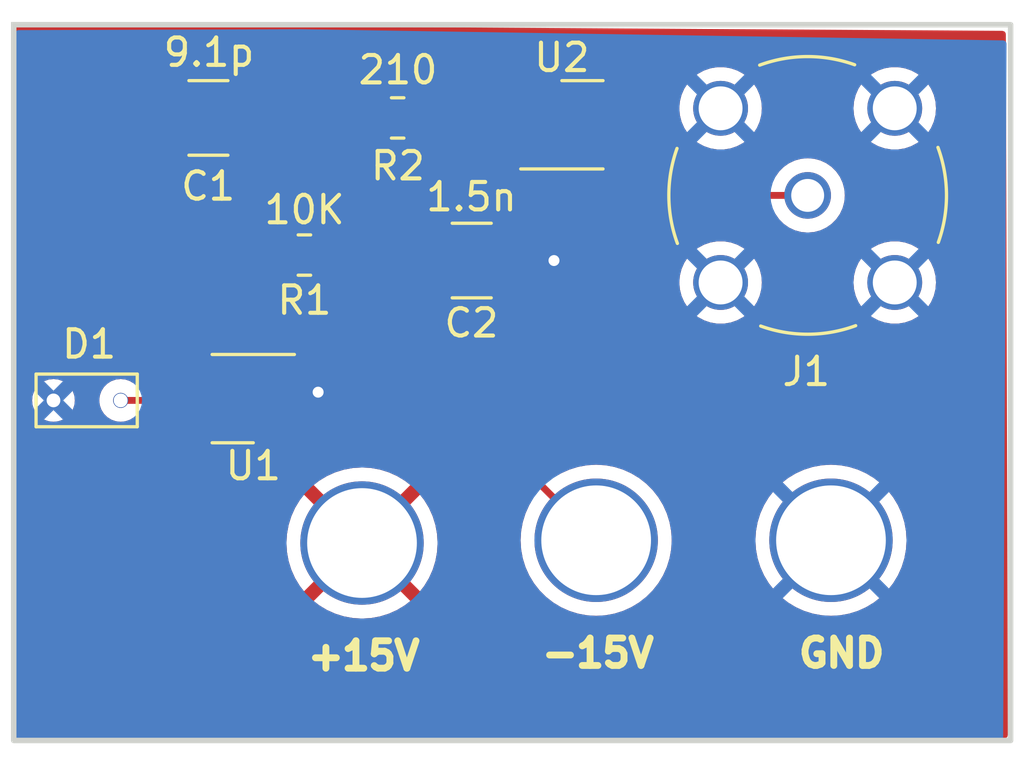
<source format=kicad_pcb>
(kicad_pcb (version 20221018) (generator pcbnew)
  (layers (0 "F.Cu" signal) (31 "B.Cu" signal) (34 "B.Paste" user) (35 "F.Paste" user) (36 "B.SilkS" user "B.Silkscreen") (37 "F.SilkS" user "F.Silkscreen") (38 "B.Mask" user) (39 "F.Mask" user) (44 "Edge.Cuts" user))
  (net 0 "")
  (net 1 "GND")
  (net 2 "Net-(J1-In)")
  (net 3 "Net-(U1-OUT)")
  (net 7 "Net-(U2-+IN)")
  (net 8 "Net-(D1-K)")
  (net 9 "-15V")
  (net 10 "+15V")
  (footprint "Diode_SMD:D_0805_2012Metric_Pad1.15x1.40mm_HandSolder" (layer "F.Cu") (at 128.075 97.5)
    (fp_text reference "D1" (at 0.075 -2.05) (layer "F.SilkS"))
    (fp_text value "D_Photo")
    (fp_line (start -1.86 -0.96) (end -1.86 0.96) (stroke (width 0.12)) (layer "F.SilkS"))
    (fp_line (start 1.83 -0.96) (end -1.86 -0.96) (stroke (width 0.12)) (layer "F.SilkS"))
    (fp_line (start 1.83 -0.96) (end 1.83 0.96) (stroke (width 0.12)) (layer "F.SilkS"))
    (fp_line (start 1.83 0.96) (end -1.86 0.96) (stroke (width 0.12)) (layer "F.SilkS"))
    (pad "1" thru_hole circle (at -1.225 0) (size 0.55 0.55) (drill 0.5) (layers "*.Cu" "*.Mask") (net 1 "GND"))
    (pad "2" thru_hole circle (at 1.225 0) (size 0.55 0.55) (drill 0.5) (layers "*.Cu" "*.Mask") (net 8 "Net-(D1-K)"))
  )
  (footprint "Package_CSP:LFCSP-8-1EP_3x3mm_P0.5mm_EP1.45x1.74mm" (layer "F.Cu") (at 134.135 97.435 180)
    (fp_text reference "U1" (at 0 -2.45) (layer "F.SilkS"))
    (fp_text value "~")
    (fp_line (start -1.5 1.61) (end 1.5 1.61) (stroke (width 0.12)) (layer "F.SilkS"))
    (fp_line (start 0 -1.61) (end 1.5 -1.61) (stroke (width 0.12)) (layer "F.SilkS"))
    (pad "1" smd roundrect (at -1.2875 -0.75 180) (size 0.575 0.35) (layers "F.Cu" "F.Paste" "F.Mask"))
    (pad "2" smd roundrect (at -1.2875 -0.25 180) (size 0.575 0.35) (layers "F.Cu" "F.Paste" "F.Mask") (net 10 "+15V"))
    (pad "3" smd roundrect (at -1.2875 0.25 180) (size 0.575 0.35) (layers "F.Cu" "F.Paste" "F.Mask") (net 1 "GND"))
    (pad "4" smd roundrect (at -1.2875 0.75 180) (size 0.575 0.35) (layers "F.Cu" "F.Paste" "F.Mask") (net 9 "-15V"))
    (pad "5" smd roundrect (at 1.2875 0.75 180) (size 0.575 0.35) (layers "F.Cu" "F.Paste" "F.Mask"))
    (pad "6" smd roundrect (at 1.2875 0.25 180) (size 0.575 0.35) (layers "F.Cu" "F.Paste" "F.Mask") (net 3 "Net-(U1-OUT)"))
    (pad "7" smd roundrect (at 1.2875 -0.25 180) (size 0.575 0.35) (layers "F.Cu" "F.Paste" "F.Mask") (net 8 "Net-(D1-K)"))
    (pad "8" smd roundrect (at 1.2875 -0.75 180) (size 0.575 0.35) (layers "F.Cu" "F.Paste" "F.Mask"))
  )
  (footprint "Capacitor_SMD:C_1210_3225Metric_Pad1.33x2.70mm_HandSolder" (layer "F.Cu") (at 132.5 87.2 180)
    (fp_text reference "C1" (at 0.01 -2.49) (layer "F.SilkS"))
    (fp_text value "9.1p" (at -0.02 2.39) (layer "F.SilkS"))
    (fp_line (start -0.711252 -1.36) (end 0.711252 -1.36) (stroke (width 0.12)) (layer "F.SilkS"))
    (fp_line (start -0.711252 1.36) (end 0.711252 1.36) (stroke (width 0.12)) (layer "F.SilkS"))
    (pad "1" smd roundrect (at -1.5625 0 180) (size 1.325 2.7) (layers "F.Cu" "F.Paste" "F.Mask") (roundrect_rratio 0.188679) (net 3 "Net-(U1-OUT)"))
    (pad "2" smd roundrect (at 1.5625 0 180) (size 1.325 2.7) (layers "F.Cu" "F.Paste" "F.Mask") (roundrect_rratio 0.188679) (net 8 "Net-(D1-K)"))
  )
  (footprint "" (layer "F.Cu") (at 146.6375 102.6)
    (fp_text reference "" (at 0 0) (layer "F.SilkS") (effects (font (size 1.27 1.27))))
    (fp_text value "" (at 0 0) (layer "F.SilkS") (effects (font (size 1.27 1.27))))
    (pad "" thru_hole circle (at 0 0) (size 4.5 4.5) (drill 4) (layers "*.Cu" "*.Mask") (net 9 "-15V"))
  )
  (footprint "Connector_Coaxial:BNC_TEConnectivity_1478204_Vertical" (layer "F.Cu") (at 154.35 90.025)
    (fp_text reference "J1" (at -0.05 6.425) (layer "F.SilkS"))
    (fp_text value "Conn_Coaxial")
    (fp_arc (start -4.75 1.75) (mid -5.062075 0.019867) (end -4.763589 -1.712663) (stroke (width 0.12)) (layer "F.SilkS"))
    (fp_arc (start -1.75 -4.75) (mid -0.019867 -5.062075) (end 1.712663 -4.763589) (stroke (width 0.12)) (layer "F.SilkS"))
    (fp_arc (start 1.75 4.75) (mid 0.019867 5.062075) (end -1.712663 4.763589) (stroke (width 0.12)) (layer "F.SilkS"))
    (fp_arc (start 4.75 -1.75) (mid 5.062075 -0.019867) (end 4.763589 1.712663) (stroke (width 0.12)) (layer "F.SilkS"))
    (pad "1" thru_hole circle (at 0 0) (size 1.7 1.7) (drill 1.2) (layers "*.Cu" "*.Mask") (net 2 "Net-(J1-In)"))
    (pad "2" thru_hole circle (at -3.175 -3.175 90) (size 2 2) (drill 1.6) (layers "*.Cu" "*.Mask") (net 1 "GND"))
    (pad "2" thru_hole circle (at -3.175 3.175) (size 2 2) (drill 1.6) (layers "*.Cu" "*.Mask") (net 1 "GND"))
    (pad "2" thru_hole circle (at 3.175 -3.175) (size 2 2) (drill 1.6) (layers "*.Cu" "*.Mask") (net 1 "GND"))
    (pad "2" thru_hole circle (at 3.175 3.175) (size 2 2) (drill 1.6) (layers "*.Cu" "*.Mask") (net 1 "GND"))
  )
  (footprint "" (layer "F.Cu") (at 138.1 102.7)
    (fp_text reference "" (at 0 0) (layer "F.SilkS") (effects (font (size 1.27 1.27))))
    (fp_text value "" (at 0 0) (layer "F.SilkS") (effects (font (size 1.27 1.27))))
    (pad "" thru_hole circle (at 0 0) (size 4.5 4.5) (drill 4) (layers "*.Cu" "*.Mask") (net 10 "+15V"))
  )
  (footprint "Resistor_SMD:R_0805_2012Metric_Pad1.20x1.40mm_HandSolder" (layer "F.Cu") (at 136 92.2 180)
    (fp_text reference "R1" (at 0 -1.65) (layer "F.SilkS"))
    (fp_text value "10K" (at 0 1.65) (layer "F.SilkS"))
    (fp_line (start -0.227064 -0.735) (end 0.227064 -0.735) (stroke (width 0.12)) (layer "F.SilkS"))
    (fp_line (start -0.227064 0.735) (end 0.227064 0.735) (stroke (width 0.12)) (layer "F.SilkS"))
    (pad "1" smd roundrect (at -1 0 180) (size 1.2 1.4) (layers "F.Cu" "F.Paste" "F.Mask") (roundrect_rratio 0.208333) (net 3 "Net-(U1-OUT)"))
    (pad "2" smd roundrect (at 1 0 180) (size 1.2 1.4) (layers "F.Cu" "F.Paste" "F.Mask") (roundrect_rratio 0.208333) (net 8 "Net-(D1-K)"))
  )
  (footprint "Package_CSP:LFCSP-8-1EP_3x3mm_P0.5mm_EP1.45x1.74mm" (layer "F.Cu") (at 145.3875 87.45)
    (fp_text reference "U2" (at 0 -2.45) (layer "F.SilkS"))
    (fp_text value "~")
    (fp_line (start -1.5 1.61) (end 1.5 1.61) (stroke (width 0.12)) (layer "F.SilkS"))
    (fp_line (start 0 -1.61) (end 1.5 -1.61) (stroke (width 0.12)) (layer "F.SilkS"))
    (pad "1" smd roundrect (at -1.2875 -0.75) (size 0.575 0.35) (layers "F.Cu" "F.Paste" "F.Mask"))
    (pad "2" smd roundrect (at -1.2875 -0.25) (size 0.575 0.35) (layers "F.Cu" "F.Paste" "F.Mask") (net 2 "Net-(J1-In)"))
    (pad "3" smd roundrect (at -1.2875 0.25) (size 0.575 0.35) (layers "F.Cu" "F.Paste" "F.Mask") (net 7 "Net-(U2-+IN)"))
    (pad "4" smd roundrect (at -1.2875 0.75) (size 0.575 0.35) (layers "F.Cu" "F.Paste" "F.Mask") (net 9 "-15V"))
    (pad "5" smd roundrect (at 1.2875 0.75) (size 0.575 0.35) (layers "F.Cu" "F.Paste" "F.Mask"))
    (pad "6" smd roundrect (at 1.2875 0.25) (size 0.575 0.35) (layers "F.Cu" "F.Paste" "F.Mask") (net 2 "Net-(J1-In)"))
    (pad "7" smd roundrect (at 1.2875 -0.25) (size 0.575 0.35) (layers "F.Cu" "F.Paste" "F.Mask") (net 10 "+15V"))
    (pad "8" smd roundrect (at 1.2875 -0.75) (size 0.575 0.35) (layers "F.Cu" "F.Paste" "F.Mask"))
  )
  (footprint "Capacitor_SMD:C_1210_3225Metric_Pad1.33x2.70mm_HandSolder" (layer "F.Cu") (at 142.1 92.4)
    (fp_text reference "C2" (at -0.01 2.28) (layer "F.SilkS"))
    (fp_text value "1.5n" (at -0.01 -2.32) (layer "F.SilkS"))
    (fp_line (start -0.711252 -1.36) (end 0.711252 -1.36) (stroke (width 0.12)) (layer "F.SilkS"))
    (fp_line (start -0.711252 1.36) (end 0.711252 1.36) (stroke (width 0.12)) (layer "F.SilkS"))
    (pad "1" smd roundrect (at -1.5625 0) (size 1.325 2.7) (layers "F.Cu" "F.Paste" "F.Mask") (roundrect_rratio 0.188679) (net 7 "Net-(U2-+IN)"))
    (pad "2" smd roundrect (at 1.5625 0) (size 1.325 2.7) (layers "F.Cu" "F.Paste" "F.Mask") (roundrect_rratio 0.188679) (net 1 "GND"))
  )
  (footprint "" (layer "F.Cu") (at 155.2 102.6)
    (fp_text reference "" (at 0 0) (layer "F.SilkS") (effects (font (size 1.27 1.27))))
    (fp_text value "" (at 0 0) (layer "F.SilkS") (effects (font (size 1.27 1.27))))
    (pad "" thru_hole circle (at 0 0) (size 4.5 4.5) (drill 4) (layers "*.Cu" "*.Mask") (net 1 "GND"))
  )
  (footprint "Resistor_SMD:R_0805_2012Metric_Pad1.20x1.40mm_HandSolder" (layer "F.Cu") (at 139.4 87.2)
    (fp_text reference "R2" (at 0.01 1.75) (layer "F.SilkS"))
    (fp_text value "210" (at 0.01 -1.75) (layer "F.SilkS"))
    (fp_line (start -0.227064 -0.735) (end 0.227064 -0.735) (stroke (width 0.12)) (layer "F.SilkS"))
    (fp_line (start -0.227064 0.735) (end 0.227064 0.735) (stroke (width 0.12)) (layer "F.SilkS"))
    (pad "1" smd roundrect (at -1 0) (size 1.2 1.4) (layers "F.Cu" "F.Paste" "F.Mask") (roundrect_rratio 0.208333) (net 3 "Net-(U1-OUT)"))
    (pad "2" smd roundrect (at 1 0) (size 1.2 1.4) (layers "F.Cu" "F.Paste" "F.Mask") (roundrect_rratio 0.208333) (net 7 "Net-(U2-+IN)"))
  )
  (gr_rect (start 125.4 83.8) (end 161.75 109.9) (stroke (width 0.2)) (fill none) (layer "Edge.Cuts"))
  (gr_text "-15V\n" (at 144.5375 107.3) (layer "F.SilkS") (effects (font (size 1 1) (thickness 0.25) bold) (justify left bottom)))
  (gr_text "+15V\n" (at 136 107.4) (layer "F.SilkS") (effects (font (size 1 1) (thickness 0.25) bold) (justify left bottom)))
  (gr_text "GND" (at 153.9 107.3) (layer "F.SilkS") (effects (font (size 1 1) (thickness 0.25) bold) (justify left bottom)))
  (segment (start 136.485 97.185) (end 136.5 97.2) (width 0.25) (layer "F.Cu") (net 1))
  (segment (start 145.1 92.4) (end 143.6625 92.4) (width 0.25) (layer "F.Cu") (net 1))
  (segment (start 143.7 92.3625) (end 143.6625 92.4) (width 0.25) (layer "F.Cu") (net 1))
  (segment (start 135.4225 97.185) (end 136.485 97.185) (width 0.25) (layer "F.Cu") (net 1))
  (via (at 136.5 97.2) (size 0.8) (drill 0.4) (layers "F.Cu" "B.Cu") (net 1))
  (via (at 145.1 92.4) (size 0.8) (drill 0.4) (layers "F.Cu" "B.Cu") (net 1))
  (segment (start 154.35 90.025) (end 149.370863 90.025) (width 0.25) (layer "F.Cu") (net 2))
  (segment (start 149.370863 90.025) (end 147.045863 87.7) (width 0.25) (layer "F.Cu") (net 2))
  (segment (start 145.304137 87.2) (end 145.804137 87.7) (width 0.25) (layer "F.Cu") (net 2))
  (segment (start 147.045863 87.7) (end 146.675 87.7) (width 0.25) (layer "F.Cu") (net 2))
  (segment (start 144.1 87.2) (end 145.304137 87.2) (width 0.25) (layer "F.Cu") (net 2))
  (segment (start 145.804137 87.7) (end 146.675 87.7) (width 0.25) (layer "F.Cu") (net 2))
  (segment (start 138.4 87.2) (end 138 87.6) (width 0.25) (layer "F.Cu") (net 3))
  (segment (start 138.4 87.2) (end 134.0625 87.2) (width 0.25) (layer "F.Cu") (net 3))
  (segment (start 137 93.403363) (end 137 92.2) (width 0.25) (layer "F.Cu") (net 3))
  (segment (start 133.218363 97.185) (end 137 93.403363) (width 0.25) (layer "F.Cu") (net 3))
  (segment (start 132.8475 97.185) (end 133.218363 97.185) (width 0.25) (layer "F.Cu") (net 3))
  (segment (start 137 90.4) (end 137 92.2) (width 0.25) (layer "F.Cu") (net 3))
  (segment (start 138.4 89) (end 137 90.4) (width 0.25) (layer "F.Cu") (net 3))
  (segment (start 138.4 87.2) (end 138.4 89) (width 0.25) (layer "F.Cu") (net 3))
  (segment (start 142 87.2) (end 142.5 87.7) (width 0.25) (layer "F.Cu") (net 7))
  (segment (start 140.4 87.2) (end 140.9 87.7) (width 0.25) (layer "F.Cu") (net 7))
  (segment (start 140.4 87.2) (end 142 87.2) (width 0.25) (layer "F.Cu") (net 7))
  (segment (start 142.5 87.7) (end 144.1 87.7) (width 0.25) (layer "F.Cu") (net 7))
  (segment (start 140.4 91.9625) (end 140.8375 92.4) (width 0.25) (layer "F.Cu") (net 7))
  (segment (start 140.5375 87.3375) (end 140.4 87.2) (width 0.25) (layer "F.Cu") (net 7))
  (segment (start 140.5375 92.4) (end 140.5375 87.3375) (width 0.25) (layer "F.Cu") (net 7))
  (segment (start 132.235 97.443363) (end 132.235 94.965) (width 0.25) (layer "F.Cu") (net 8))
  (segment (start 132.235 94.965) (end 135 92.2) (width 0.25) (layer "F.Cu") (net 8))
  (segment (start 130.9375 88.1375) (end 130.9375 87.2) (width 0.25) (layer "F.Cu") (net 8))
  (segment (start 132.235 97.443363) (end 132.178363 97.5) (width 0.25) (layer "F.Cu") (net 8))
  (segment (start 132.178363 97.5) (end 129.3 97.5) (width 0.25) (layer "F.Cu") (net 8))
  (segment (start 135 92.2) (end 130.9375 88.1375) (width 0.25) (layer "F.Cu") (net 8))
  (segment (start 132.476637 97.685) (end 132.8475 97.685) (width 0.25) (layer "F.Cu") (net 8))
  (segment (start 132.235 97.443363) (end 132.476637 97.685) (width 0.25) (layer "F.Cu") (net 8))
  (segment (start 135.7325 96.375) (end 142.525 96.375) (width 0.25) (layer "F.Cu") (net 9))
  (segment (start 142.525 98.4875) (end 146.6375 102.6) (width 0.25) (layer "F.Cu") (net 9))
  (segment (start 145.75 89.85) (end 144.1 88.2) (width 0.25) (layer "F.Cu") (net 9))
  (segment (start 145.75 90.5) (end 145.75 89.85) (width 0.25) (layer "F.Cu") (net 9))
  (segment (start 142.525 96.375) (end 145.75 93.15) (width 0.25) (layer "F.Cu") (net 9))
  (segment (start 142.525 96.375) (end 142.525 98.4875) (width 0.25) (layer "F.Cu") (net 9))
  (segment (start 135.4225 96.685) (end 135.7325 96.375) (width 0.25) (layer "F.Cu") (net 9))
  (segment (start 145.75 91.3) (end 145.75 90.5) (width 0.25) (layer "F.Cu") (net 9))
  (segment (start 145.75 93.15) (end 145.75 91.3) (width 0.25) (layer "F.Cu") (net 9))
  (segment (start 135.4225 97.685) (end 134.315 97.685) (width 0.25) (layer "F.Cu") (net 10))
  (segment (start 146.675 87.2) (end 148 87.2) (width 0.25) (layer "F.Cu") (net 10))
  (segment (start 134.315 97.685) (end 134.3 97.7) (width 0.25) (layer "F.Cu") (net 10))
  (zone (net 10) (net_name "+15V") (layer "F.Cu") (priority 2) (connect_pads (clearance 0.5)) (min_thickness 0.25) (fill yes (thermal_gap 0.5) (thermal_bridge_width 0.5))
    (polygon (pts (xy 125.35043 83.8) (xy 161.57543 84.025) (xy 161.65043 109.825) (xy 125.45043 110.025)))
  )
  (zone (net 1) (net_name "GND") (layer "B.Cu") (priority 1) (connect_pads (clearance 0.5)) (min_thickness 0.25) (fill yes (thermal_gap 0.5) (thermal_bridge_width 0.5))
    (polygon (pts (xy 125.450284 83.8) (xy 161.600284 84.375) (xy 161.475284 110.3) (xy 125.350284 110.25) (xy 125.450284 84) (xy 156.350284 83.9)))
  )
)
</source>
